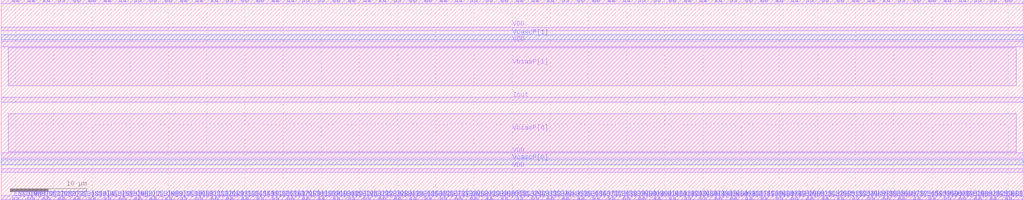
<source format=lef>
VERSION 5.7 ;
  NOWIREEXTENSIONATPIN ON ;
  DIVIDERCHAR "/" ;
  BUSBITCHARS "[]" ;
MACRO DAC2U128OUT4IN_PINS
  CLASS BLOCK ;
  FOREIGN DAC2U128OUT4IN_PINS ;
  ORIGIN 1.900 4.910 ;
  SIZE 133.800 BY 26.190 ;
  PIN VDD
    USE POWER ;
    PORT
      LAYER Metal1 ;
        RECT -1.900 15.150 131.900 15.820 ;
    END
    PORT
      LAYER Metal1 ;
        RECT -1.900 17.200 131.900 17.700 ;
    END
    PORT
      LAYER Metal1 ;
        RECT -1.900 0.550 131.900 1.220 ;
    END
    PORT
      LAYER Metal1 ;
        RECT -1.900 -1.330 131.900 -0.830 ;
    END
  END VDD
  PIN VSS
    USE GROUND ;
    PORT
      LAYER Metal1 ;
        RECT -1.900 20.780 131.900 21.280 ;
    END
    PORT
      LAYER Metal1 ;
        RECT -1.900 -4.910 131.900 -4.410 ;
    END
  END VSS
  PIN VbiasP[1]
    PORT
      LAYER Metal1 ;
        RECT -1.000 10.040 131.000 14.970 ;
    END
  END VbiasP[1]
  PIN Iout
    PORT
      LAYER Metal1 ;
        RECT -1.900 7.835 131.900 8.535 ;
    END
  END Iout
  PIN VbiasP[0]
    PORT
      LAYER Metal1 ;
        RECT -1.000 1.400 131.000 6.330 ;
    END
  END VbiasP[0]
  PIN ON[64]
    PORT
      LAYER Metal2 ;
        RECT 128.130 20.990 128.420 21.280 ;
    END
  END ON[64]
  PIN ONB[64]
    PORT
      LAYER Metal2 ;
        RECT 127.580 20.990 127.870 21.280 ;
    END
  END ONB[64]
  PIN ON[65]
    PORT
      LAYER Metal2 ;
        RECT 126.130 20.990 126.420 21.280 ;
    END
  END ON[65]
  PIN ONB[65]
    PORT
      LAYER Metal2 ;
        RECT 125.580 20.990 125.870 21.280 ;
    END
  END ONB[65]
  PIN ON[66]
    PORT
      LAYER Metal2 ;
        RECT 124.130 20.990 124.420 21.280 ;
    END
  END ON[66]
  PIN ONB[66]
    PORT
      LAYER Metal2 ;
        RECT 123.580 20.990 123.870 21.280 ;
    END
  END ONB[66]
  PIN ON[67]
    PORT
      LAYER Metal2 ;
        RECT 122.130 20.990 122.420 21.280 ;
    END
  END ON[67]
  PIN ONB[67]
    PORT
      LAYER Metal2 ;
        RECT 121.580 20.990 121.870 21.280 ;
    END
  END ONB[67]
  PIN ON[68]
    PORT
      LAYER Metal2 ;
        RECT 120.130 20.990 120.420 21.280 ;
    END
  END ON[68]
  PIN ONB[68]
    PORT
      LAYER Metal2 ;
        RECT 119.580 20.990 119.870 21.280 ;
    END
  END ONB[68]
  PIN ON[69]
    PORT
      LAYER Metal2 ;
        RECT 118.130 20.990 118.420 21.280 ;
    END
  END ON[69]
  PIN ONB[69]
    PORT
      LAYER Metal2 ;
        RECT 117.580 20.990 117.870 21.280 ;
    END
  END ONB[69]
  PIN ON[70]
    PORT
      LAYER Metal2 ;
        RECT 116.130 20.990 116.420 21.280 ;
    END
  END ON[70]
  PIN ONB[70]
    PORT
      LAYER Metal2 ;
        RECT 115.580 20.990 115.870 21.280 ;
    END
  END ONB[70]
  PIN ON[71]
    PORT
      LAYER Metal2 ;
        RECT 114.130 20.990 114.420 21.280 ;
    END
  END ON[71]
  PIN ONB[71]
    PORT
      LAYER Metal2 ;
        RECT 113.580 20.990 113.870 21.280 ;
    END
  END ONB[71]
  PIN ON[72]
    PORT
      LAYER Metal2 ;
        RECT 112.130 20.990 112.420 21.280 ;
    END
  END ON[72]
  PIN ONB[72]
    PORT
      LAYER Metal2 ;
        RECT 111.580 20.990 111.870 21.280 ;
    END
  END ONB[72]
  PIN ON[73]
    PORT
      LAYER Metal2 ;
        RECT 110.130 20.990 110.420 21.280 ;
    END
  END ON[73]
  PIN ONB[73]
    PORT
      LAYER Metal2 ;
        RECT 109.580 20.990 109.870 21.280 ;
    END
  END ONB[73]
  PIN ON[74]
    PORT
      LAYER Metal2 ;
        RECT 108.130 20.990 108.420 21.280 ;
    END
  END ON[74]
  PIN ONB[74]
    PORT
      LAYER Metal2 ;
        RECT 107.580 20.990 107.870 21.280 ;
    END
  END ONB[74]
  PIN ON[75]
    PORT
      LAYER Metal2 ;
        RECT 106.130 20.990 106.420 21.280 ;
    END
  END ON[75]
  PIN ONB[75]
    PORT
      LAYER Metal2 ;
        RECT 105.580 20.990 105.870 21.280 ;
    END
  END ONB[75]
  PIN ON[76]
    PORT
      LAYER Metal2 ;
        RECT 104.130 20.990 104.420 21.280 ;
    END
  END ON[76]
  PIN ONB[76]
    PORT
      LAYER Metal2 ;
        RECT 103.580 20.990 103.870 21.280 ;
    END
  END ONB[76]
  PIN ON[77]
    PORT
      LAYER Metal2 ;
        RECT 102.130 20.990 102.420 21.280 ;
    END
  END ON[77]
  PIN ONB[77]
    PORT
      LAYER Metal2 ;
        RECT 101.580 20.990 101.870 21.280 ;
    END
  END ONB[77]
  PIN ON[78]
    PORT
      LAYER Metal2 ;
        RECT 100.130 20.990 100.420 21.280 ;
    END
  END ON[78]
  PIN ONB[78]
    PORT
      LAYER Metal2 ;
        RECT 99.580 20.990 99.870 21.280 ;
    END
  END ONB[78]
  PIN ON[79]
    PORT
      LAYER Metal2 ;
        RECT 98.130 20.990 98.420 21.280 ;
    END
  END ON[79]
  PIN ONB[79]
    PORT
      LAYER Metal2 ;
        RECT 97.580 20.990 97.870 21.280 ;
    END
  END ONB[79]
  PIN ON[80]
    PORT
      LAYER Metal2 ;
        RECT 96.130 20.990 96.420 21.280 ;
    END
  END ON[80]
  PIN ONB[80]
    PORT
      LAYER Metal2 ;
        RECT 95.580 20.990 95.870 21.280 ;
    END
  END ONB[80]
  PIN ON[81]
    PORT
      LAYER Metal2 ;
        RECT 94.130 20.990 94.420 21.280 ;
    END
  END ON[81]
  PIN ONB[81]
    PORT
      LAYER Metal2 ;
        RECT 93.580 20.990 93.870 21.280 ;
    END
  END ONB[81]
  PIN ON[82]
    PORT
      LAYER Metal2 ;
        RECT 92.130 20.990 92.420 21.280 ;
    END
  END ON[82]
  PIN ONB[82]
    PORT
      LAYER Metal2 ;
        RECT 91.580 20.990 91.870 21.280 ;
    END
  END ONB[82]
  PIN ON[83]
    PORT
      LAYER Metal2 ;
        RECT 90.130 20.990 90.420 21.280 ;
    END
  END ON[83]
  PIN ONB[83]
    PORT
      LAYER Metal2 ;
        RECT 89.580 20.990 89.870 21.280 ;
    END
  END ONB[83]
  PIN ON[84]
    PORT
      LAYER Metal2 ;
        RECT 88.130 20.990 88.420 21.280 ;
    END
  END ON[84]
  PIN ONB[84]
    PORT
      LAYER Metal2 ;
        RECT 87.580 20.990 87.870 21.280 ;
    END
  END ONB[84]
  PIN ON[85]
    PORT
      LAYER Metal2 ;
        RECT 86.130 20.990 86.420 21.280 ;
    END
  END ON[85]
  PIN ONB[85]
    PORT
      LAYER Metal2 ;
        RECT 85.580 20.990 85.870 21.280 ;
    END
  END ONB[85]
  PIN ON[86]
    PORT
      LAYER Metal2 ;
        RECT 84.130 20.990 84.420 21.280 ;
    END
  END ON[86]
  PIN ONB[86]
    PORT
      LAYER Metal2 ;
        RECT 83.580 20.990 83.870 21.280 ;
    END
  END ONB[86]
  PIN ON[87]
    PORT
      LAYER Metal2 ;
        RECT 82.130 20.990 82.420 21.280 ;
    END
  END ON[87]
  PIN ONB[87]
    PORT
      LAYER Metal2 ;
        RECT 81.580 20.990 81.870 21.280 ;
    END
  END ONB[87]
  PIN ON[88]
    PORT
      LAYER Metal2 ;
        RECT 80.130 20.990 80.420 21.280 ;
    END
  END ON[88]
  PIN ONB[88]
    PORT
      LAYER Metal2 ;
        RECT 79.580 20.990 79.870 21.280 ;
    END
  END ONB[88]
  PIN ON[89]
    PORT
      LAYER Metal2 ;
        RECT 78.130 20.990 78.420 21.280 ;
    END
  END ON[89]
  PIN ONB[89]
    PORT
      LAYER Metal2 ;
        RECT 77.580 20.990 77.870 21.280 ;
    END
  END ONB[89]
  PIN ON[90]
    PORT
      LAYER Metal2 ;
        RECT 76.130 20.990 76.420 21.280 ;
    END
  END ON[90]
  PIN ONB[90]
    PORT
      LAYER Metal2 ;
        RECT 75.580 20.990 75.870 21.280 ;
    END
  END ONB[90]
  PIN ON[91]
    PORT
      LAYER Metal2 ;
        RECT 74.130 20.990 74.420 21.280 ;
    END
  END ON[91]
  PIN ONB[91]
    PORT
      LAYER Metal2 ;
        RECT 73.580 20.990 73.870 21.280 ;
    END
  END ONB[91]
  PIN ON[92]
    PORT
      LAYER Metal2 ;
        RECT 72.130 20.990 72.420 21.280 ;
    END
  END ON[92]
  PIN ONB[92]
    PORT
      LAYER Metal2 ;
        RECT 71.580 20.990 71.870 21.280 ;
    END
  END ONB[92]
  PIN ON[93]
    PORT
      LAYER Metal2 ;
        RECT 70.130 20.990 70.420 21.280 ;
    END
  END ON[93]
  PIN ONB[93]
    PORT
      LAYER Metal2 ;
        RECT 69.580 20.990 69.870 21.280 ;
    END
  END ONB[93]
  PIN ON[94]
    PORT
      LAYER Metal2 ;
        RECT 68.130 20.990 68.420 21.280 ;
    END
  END ON[94]
  PIN ONB[94]
    PORT
      LAYER Metal2 ;
        RECT 67.580 20.990 67.870 21.280 ;
    END
  END ONB[94]
  PIN ON[95]
    PORT
      LAYER Metal2 ;
        RECT 66.130 20.990 66.420 21.280 ;
    END
  END ON[95]
  PIN ONB[95]
    PORT
      LAYER Metal2 ;
        RECT 65.580 20.990 65.870 21.280 ;
    END
  END ONB[95]
  PIN EN[2]
    PORT
      LAYER Metal2 ;
        RECT 130.130 20.990 130.420 21.280 ;
    END
  END EN[2]
  PIN ENB[2]
    PORT
      LAYER Metal2 ;
        RECT 129.580 20.990 129.870 21.280 ;
    END
  END ENB[2]
  PIN ON[97]
    PORT
      LAYER Metal2 ;
        RECT 62.130 20.990 62.420 21.280 ;
    END
  END ON[97]
  PIN ONB[97]
    PORT
      LAYER Metal2 ;
        RECT 61.580 20.990 61.870 21.280 ;
    END
  END ONB[97]
  PIN ON[98]
    PORT
      LAYER Metal2 ;
        RECT 60.130 20.990 60.420 21.280 ;
    END
  END ON[98]
  PIN ONB[98]
    PORT
      LAYER Metal2 ;
        RECT 59.580 20.990 59.870 21.280 ;
    END
  END ONB[98]
  PIN ON[99]
    PORT
      LAYER Metal2 ;
        RECT 58.130 20.990 58.420 21.280 ;
    END
  END ON[99]
  PIN ONB[99]
    PORT
      LAYER Metal2 ;
        RECT 57.580 20.990 57.870 21.280 ;
    END
  END ONB[99]
  PIN ON[100]
    PORT
      LAYER Metal2 ;
        RECT 56.130 20.990 56.420 21.280 ;
    END
  END ON[100]
  PIN ONB[100]
    PORT
      LAYER Metal2 ;
        RECT 55.580 20.990 55.870 21.280 ;
    END
  END ONB[100]
  PIN ON[101]
    PORT
      LAYER Metal2 ;
        RECT 54.130 20.990 54.420 21.280 ;
    END
  END ON[101]
  PIN ONB[101]
    PORT
      LAYER Metal2 ;
        RECT 53.580 20.990 53.870 21.280 ;
    END
  END ONB[101]
  PIN ON[102]
    PORT
      LAYER Metal2 ;
        RECT 52.130 20.990 52.420 21.280 ;
    END
  END ON[102]
  PIN ONB[102]
    PORT
      LAYER Metal2 ;
        RECT 51.580 20.990 51.870 21.280 ;
    END
  END ONB[102]
  PIN ON[103]
    PORT
      LAYER Metal2 ;
        RECT 50.130 20.990 50.420 21.280 ;
    END
  END ON[103]
  PIN ONB[103]
    PORT
      LAYER Metal2 ;
        RECT 49.580 20.990 49.870 21.280 ;
    END
  END ONB[103]
  PIN ON[104]
    PORT
      LAYER Metal2 ;
        RECT 48.130 20.990 48.420 21.280 ;
    END
  END ON[104]
  PIN ONB[104]
    PORT
      LAYER Metal2 ;
        RECT 47.580 20.990 47.870 21.280 ;
    END
  END ONB[104]
  PIN ON[105]
    PORT
      LAYER Metal2 ;
        RECT 46.130 20.990 46.420 21.280 ;
    END
  END ON[105]
  PIN ONB[105]
    PORT
      LAYER Metal2 ;
        RECT 45.580 20.990 45.870 21.280 ;
    END
  END ONB[105]
  PIN ON[106]
    PORT
      LAYER Metal2 ;
        RECT 44.130 20.990 44.420 21.280 ;
    END
  END ON[106]
  PIN ONB[106]
    PORT
      LAYER Metal2 ;
        RECT 43.580 20.990 43.870 21.280 ;
    END
  END ONB[106]
  PIN ON[107]
    PORT
      LAYER Metal2 ;
        RECT 42.130 20.990 42.420 21.280 ;
    END
  END ON[107]
  PIN ONB[107]
    PORT
      LAYER Metal2 ;
        RECT 41.580 20.990 41.870 21.280 ;
    END
  END ONB[107]
  PIN ON[108]
    PORT
      LAYER Metal2 ;
        RECT 40.130 20.990 40.420 21.280 ;
    END
  END ON[108]
  PIN ONB[108]
    PORT
      LAYER Metal2 ;
        RECT 39.580 20.990 39.870 21.280 ;
    END
  END ONB[108]
  PIN ON[109]
    PORT
      LAYER Metal2 ;
        RECT 38.130 20.990 38.420 21.280 ;
    END
  END ON[109]
  PIN ONB[109]
    PORT
      LAYER Metal2 ;
        RECT 37.580 20.990 37.870 21.280 ;
    END
  END ONB[109]
  PIN ON[110]
    PORT
      LAYER Metal2 ;
        RECT 36.130 20.990 36.420 21.280 ;
    END
  END ON[110]
  PIN ONB[110]
    PORT
      LAYER Metal2 ;
        RECT 35.580 20.990 35.870 21.280 ;
    END
  END ONB[110]
  PIN ON[111]
    PORT
      LAYER Metal2 ;
        RECT 34.130 20.990 34.420 21.280 ;
    END
  END ON[111]
  PIN ONB[111]
    PORT
      LAYER Metal2 ;
        RECT 33.580 20.990 33.870 21.280 ;
    END
  END ONB[111]
  PIN ON[112]
    PORT
      LAYER Metal2 ;
        RECT 32.130 20.990 32.420 21.280 ;
    END
  END ON[112]
  PIN ONB[112]
    PORT
      LAYER Metal2 ;
        RECT 31.580 20.990 31.870 21.280 ;
    END
  END ONB[112]
  PIN ON[113]
    PORT
      LAYER Metal2 ;
        RECT 30.130 20.990 30.420 21.280 ;
    END
  END ON[113]
  PIN ONB[113]
    PORT
      LAYER Metal2 ;
        RECT 29.580 20.990 29.870 21.280 ;
    END
  END ONB[113]
  PIN ON[114]
    PORT
      LAYER Metal2 ;
        RECT 28.130 20.990 28.420 21.280 ;
    END
  END ON[114]
  PIN ONB[114]
    PORT
      LAYER Metal2 ;
        RECT 27.580 20.990 27.870 21.280 ;
    END
  END ONB[114]
  PIN ON[115]
    PORT
      LAYER Metal2 ;
        RECT 26.130 20.990 26.420 21.280 ;
    END
  END ON[115]
  PIN ONB[115]
    PORT
      LAYER Metal2 ;
        RECT 25.580 20.990 25.870 21.280 ;
    END
  END ONB[115]
  PIN ON[116]
    PORT
      LAYER Metal2 ;
        RECT 24.130 20.990 24.420 21.280 ;
    END
  END ON[116]
  PIN ONB[116]
    PORT
      LAYER Metal2 ;
        RECT 23.580 20.990 23.870 21.280 ;
    END
  END ONB[116]
  PIN ON[117]
    PORT
      LAYER Metal2 ;
        RECT 22.130 20.990 22.420 21.280 ;
    END
  END ON[117]
  PIN ONB[117]
    PORT
      LAYER Metal2 ;
        RECT 21.580 20.990 21.870 21.280 ;
    END
  END ONB[117]
  PIN ON[118]
    PORT
      LAYER Metal2 ;
        RECT 20.130 20.990 20.420 21.280 ;
    END
  END ON[118]
  PIN ONB[118]
    PORT
      LAYER Metal2 ;
        RECT 19.580 20.990 19.870 21.280 ;
    END
  END ONB[118]
  PIN ON[119]
    PORT
      LAYER Metal2 ;
        RECT 18.130 20.990 18.420 21.280 ;
    END
  END ON[119]
  PIN ONB[119]
    PORT
      LAYER Metal2 ;
        RECT 17.580 20.990 17.870 21.280 ;
    END
  END ONB[119]
  PIN ON[120]
    PORT
      LAYER Metal2 ;
        RECT 16.130 20.990 16.420 21.280 ;
    END
  END ON[120]
  PIN ONB[120]
    PORT
      LAYER Metal2 ;
        RECT 15.580 20.990 15.870 21.280 ;
    END
  END ONB[120]
  PIN ON[121]
    PORT
      LAYER Metal2 ;
        RECT 14.130 20.990 14.420 21.280 ;
    END
  END ON[121]
  PIN ONB[121]
    PORT
      LAYER Metal2 ;
        RECT 13.580 20.990 13.870 21.280 ;
    END
  END ONB[121]
  PIN ON[122]
    PORT
      LAYER Metal2 ;
        RECT 12.130 20.990 12.420 21.280 ;
    END
  END ON[122]
  PIN ONB[122]
    PORT
      LAYER Metal2 ;
        RECT 11.580 20.990 11.870 21.280 ;
    END
  END ONB[122]
  PIN ON[123]
    PORT
      LAYER Metal2 ;
        RECT 10.130 20.990 10.420 21.280 ;
    END
  END ON[123]
  PIN ONB[123]
    PORT
      LAYER Metal2 ;
        RECT 9.580 20.990 9.870 21.280 ;
    END
  END ONB[123]
  PIN ON[124]
    PORT
      LAYER Metal2 ;
        RECT 8.130 20.990 8.420 21.280 ;
    END
  END ON[124]
  PIN ONB[124]
    PORT
      LAYER Metal2 ;
        RECT 7.580 20.990 7.870 21.280 ;
    END
  END ONB[124]
  PIN ON[125]
    PORT
      LAYER Metal2 ;
        RECT 6.130 20.990 6.420 21.280 ;
    END
  END ON[125]
  PIN ONB[125]
    PORT
      LAYER Metal2 ;
        RECT 5.580 20.990 5.870 21.280 ;
    END
  END ONB[125]
  PIN ON[126]
    PORT
      LAYER Metal2 ;
        RECT 4.130 20.990 4.420 21.280 ;
    END
  END ON[126]
  PIN ONB[126]
    PORT
      LAYER Metal2 ;
        RECT 3.580 20.990 3.870 21.280 ;
    END
  END ONB[126]
  PIN ON[127]
    PORT
      LAYER Metal2 ;
        RECT 2.130 20.990 2.420 21.280 ;
    END
  END ON[127]
  PIN ONB[127]
    PORT
      LAYER Metal2 ;
        RECT 1.580 20.990 1.870 21.280 ;
    END
  END ONB[127]
  PIN ON[96]
    PORT
      LAYER Metal2 ;
        RECT 64.130 20.990 64.420 21.280 ;
    END
  END ON[96]
  PIN ONB[96]
    PORT
      LAYER Metal2 ;
        RECT 63.580 20.990 63.870 21.280 ;
    END
  END ONB[96]
  PIN EN[3]
    PORT
      LAYER Metal2 ;
        RECT 0.130 20.990 0.420 21.280 ;
    END
  END EN[3]
  PIN ENB[3]
    PORT
      LAYER Metal2 ;
        RECT -0.420 20.990 -0.130 21.280 ;
    END
  END ENB[3]
  PIN ON[0]
    PORT
      LAYER Metal2 ;
        RECT 1.580 -4.910 1.870 -4.620 ;
    END
  END ON[0]
  PIN ONB[0]
    PORT
      LAYER Metal2 ;
        RECT 2.130 -4.910 2.420 -4.620 ;
    END
  END ONB[0]
  PIN ON[1]
    PORT
      LAYER Metal2 ;
        RECT 3.580 -4.910 3.870 -4.620 ;
    END
  END ON[1]
  PIN ONB[1]
    PORT
      LAYER Metal2 ;
        RECT 4.130 -4.910 4.420 -4.620 ;
    END
  END ONB[1]
  PIN ON[2]
    PORT
      LAYER Metal2 ;
        RECT 5.580 -4.910 5.870 -4.620 ;
    END
  END ON[2]
  PIN ONB[2]
    PORT
      LAYER Metal2 ;
        RECT 6.130 -4.910 6.420 -4.620 ;
    END
  END ONB[2]
  PIN ON[3]
    PORT
      LAYER Metal2 ;
        RECT 7.580 -4.910 7.870 -4.620 ;
    END
  END ON[3]
  PIN ONB[3]
    PORT
      LAYER Metal2 ;
        RECT 8.130 -4.910 8.420 -4.620 ;
    END
  END ONB[3]
  PIN ON[4]
    PORT
      LAYER Metal2 ;
        RECT 9.580 -4.910 9.870 -4.620 ;
    END
  END ON[4]
  PIN ONB[4]
    PORT
      LAYER Metal2 ;
        RECT 10.130 -4.910 10.420 -4.620 ;
    END
  END ONB[4]
  PIN ON[5]
    PORT
      LAYER Metal2 ;
        RECT 11.580 -4.910 11.870 -4.620 ;
    END
  END ON[5]
  PIN ONB[5]
    PORT
      LAYER Metal2 ;
        RECT 12.130 -4.910 12.420 -4.620 ;
    END
  END ONB[5]
  PIN ON[6]
    PORT
      LAYER Metal2 ;
        RECT 13.580 -4.910 13.870 -4.620 ;
    END
  END ON[6]
  PIN ONB[6]
    PORT
      LAYER Metal2 ;
        RECT 14.130 -4.910 14.420 -4.620 ;
    END
  END ONB[6]
  PIN ON[7]
    PORT
      LAYER Metal2 ;
        RECT 15.580 -4.910 15.870 -4.620 ;
    END
  END ON[7]
  PIN ONB[7]
    PORT
      LAYER Metal2 ;
        RECT 16.130 -4.910 16.420 -4.620 ;
    END
  END ONB[7]
  PIN ON[8]
    PORT
      LAYER Metal2 ;
        RECT 17.580 -4.910 17.870 -4.620 ;
    END
  END ON[8]
  PIN ONB[8]
    PORT
      LAYER Metal2 ;
        RECT 18.130 -4.910 18.420 -4.620 ;
    END
  END ONB[8]
  PIN ON[9]
    PORT
      LAYER Metal2 ;
        RECT 19.580 -4.910 19.870 -4.620 ;
    END
  END ON[9]
  PIN ONB[9]
    PORT
      LAYER Metal2 ;
        RECT 20.130 -4.910 20.420 -4.620 ;
    END
  END ONB[9]
  PIN ON[10]
    PORT
      LAYER Metal2 ;
        RECT 21.580 -4.910 21.870 -4.620 ;
    END
  END ON[10]
  PIN ONB[10]
    PORT
      LAYER Metal2 ;
        RECT 22.130 -4.910 22.420 -4.620 ;
    END
  END ONB[10]
  PIN ON[11]
    PORT
      LAYER Metal2 ;
        RECT 23.580 -4.910 23.870 -4.620 ;
    END
  END ON[11]
  PIN ONB[11]
    PORT
      LAYER Metal2 ;
        RECT 24.130 -4.910 24.420 -4.620 ;
    END
  END ONB[11]
  PIN ON[12]
    PORT
      LAYER Metal2 ;
        RECT 25.580 -4.910 25.870 -4.620 ;
    END
  END ON[12]
  PIN ONB[12]
    PORT
      LAYER Metal2 ;
        RECT 26.130 -4.910 26.420 -4.620 ;
    END
  END ONB[12]
  PIN ON[13]
    PORT
      LAYER Metal2 ;
        RECT 27.580 -4.910 27.870 -4.620 ;
    END
  END ON[13]
  PIN ONB[13]
    PORT
      LAYER Metal2 ;
        RECT 28.130 -4.910 28.420 -4.620 ;
    END
  END ONB[13]
  PIN ON[14]
    PORT
      LAYER Metal2 ;
        RECT 29.580 -4.910 29.870 -4.620 ;
    END
  END ON[14]
  PIN ONB[14]
    PORT
      LAYER Metal2 ;
        RECT 30.130 -4.910 30.420 -4.620 ;
    END
  END ONB[14]
  PIN ON[15]
    PORT
      LAYER Metal2 ;
        RECT 31.580 -4.910 31.870 -4.620 ;
    END
  END ON[15]
  PIN ONB[15]
    PORT
      LAYER Metal2 ;
        RECT 32.130 -4.910 32.420 -4.620 ;
    END
  END ONB[15]
  PIN ON[16]
    PORT
      LAYER Metal2 ;
        RECT 33.580 -4.910 33.870 -4.620 ;
    END
  END ON[16]
  PIN ONB[16]
    PORT
      LAYER Metal2 ;
        RECT 34.130 -4.910 34.420 -4.620 ;
    END
  END ONB[16]
  PIN ON[17]
    PORT
      LAYER Metal2 ;
        RECT 35.580 -4.910 35.870 -4.620 ;
    END
  END ON[17]
  PIN ONB[17]
    PORT
      LAYER Metal2 ;
        RECT 36.130 -4.910 36.420 -4.620 ;
    END
  END ONB[17]
  PIN ON[18]
    PORT
      LAYER Metal2 ;
        RECT 37.580 -4.910 37.870 -4.620 ;
    END
  END ON[18]
  PIN ONB[18]
    PORT
      LAYER Metal2 ;
        RECT 38.130 -4.910 38.420 -4.620 ;
    END
  END ONB[18]
  PIN ON[19]
    PORT
      LAYER Metal2 ;
        RECT 39.580 -4.910 39.870 -4.620 ;
    END
  END ON[19]
  PIN ONB[19]
    PORT
      LAYER Metal2 ;
        RECT 40.130 -4.910 40.420 -4.620 ;
    END
  END ONB[19]
  PIN ON[20]
    PORT
      LAYER Metal2 ;
        RECT 41.580 -4.910 41.870 -4.620 ;
    END
  END ON[20]
  PIN ONB[20]
    PORT
      LAYER Metal2 ;
        RECT 42.130 -4.910 42.420 -4.620 ;
    END
  END ONB[20]
  PIN ON[21]
    PORT
      LAYER Metal2 ;
        RECT 43.580 -4.910 43.870 -4.620 ;
    END
  END ON[21]
  PIN ONB[21]
    PORT
      LAYER Metal2 ;
        RECT 44.130 -4.910 44.420 -4.620 ;
    END
  END ONB[21]
  PIN ON[22]
    PORT
      LAYER Metal2 ;
        RECT 45.580 -4.910 45.870 -4.620 ;
    END
  END ON[22]
  PIN ONB[22]
    PORT
      LAYER Metal2 ;
        RECT 46.130 -4.910 46.420 -4.620 ;
    END
  END ONB[22]
  PIN ON[23]
    PORT
      LAYER Metal2 ;
        RECT 47.580 -4.910 47.870 -4.620 ;
    END
  END ON[23]
  PIN ONB[23]
    PORT
      LAYER Metal2 ;
        RECT 48.130 -4.910 48.420 -4.620 ;
    END
  END ONB[23]
  PIN ON[24]
    PORT
      LAYER Metal2 ;
        RECT 49.580 -4.910 49.870 -4.620 ;
    END
  END ON[24]
  PIN ONB[24]
    PORT
      LAYER Metal2 ;
        RECT 50.130 -4.910 50.420 -4.620 ;
    END
  END ONB[24]
  PIN ON[25]
    PORT
      LAYER Metal2 ;
        RECT 51.580 -4.910 51.870 -4.620 ;
    END
  END ON[25]
  PIN ONB[25]
    PORT
      LAYER Metal2 ;
        RECT 52.130 -4.910 52.420 -4.620 ;
    END
  END ONB[25]
  PIN ON[26]
    PORT
      LAYER Metal2 ;
        RECT 53.580 -4.910 53.870 -4.620 ;
    END
  END ON[26]
  PIN ONB[26]
    PORT
      LAYER Metal2 ;
        RECT 54.130 -4.910 54.420 -4.620 ;
    END
  END ONB[26]
  PIN ON[27]
    PORT
      LAYER Metal2 ;
        RECT 55.580 -4.910 55.870 -4.620 ;
    END
  END ON[27]
  PIN ONB[27]
    PORT
      LAYER Metal2 ;
        RECT 56.130 -4.910 56.420 -4.620 ;
    END
  END ONB[27]
  PIN ON[28]
    PORT
      LAYER Metal2 ;
        RECT 57.580 -4.910 57.870 -4.620 ;
    END
  END ON[28]
  PIN ONB[28]
    PORT
      LAYER Metal2 ;
        RECT 58.130 -4.910 58.420 -4.620 ;
    END
  END ONB[28]
  PIN ON[29]
    PORT
      LAYER Metal2 ;
        RECT 59.580 -4.910 59.870 -4.620 ;
    END
  END ON[29]
  PIN ONB[29]
    PORT
      LAYER Metal2 ;
        RECT 60.130 -4.910 60.420 -4.620 ;
    END
  END ONB[29]
  PIN ON[30]
    PORT
      LAYER Metal2 ;
        RECT 61.580 -4.910 61.870 -4.620 ;
    END
  END ON[30]
  PIN ONB[30]
    PORT
      LAYER Metal2 ;
        RECT 62.130 -4.910 62.420 -4.620 ;
    END
  END ONB[30]
  PIN ON[31]
    PORT
      LAYER Metal2 ;
        RECT 63.580 -4.910 63.870 -4.620 ;
    END
  END ON[31]
  PIN ONB[31]
    PORT
      LAYER Metal2 ;
        RECT 64.130 -4.910 64.420 -4.620 ;
    END
  END ONB[31]
  PIN EN[0]
    PORT
      LAYER Metal2 ;
        RECT -0.420 -4.910 -0.130 -4.620 ;
    END
  END EN[0]
  PIN ENB[0]
    PORT
      LAYER Metal2 ;
        RECT 0.130 -4.910 0.420 -4.620 ;
    END
  END ENB[0]
  PIN ON[33]
    PORT
      LAYER Metal2 ;
        RECT 67.580 -4.910 67.870 -4.620 ;
    END
  END ON[33]
  PIN ONB[33]
    PORT
      LAYER Metal2 ;
        RECT 68.130 -4.910 68.420 -4.620 ;
    END
  END ONB[33]
  PIN ON[34]
    PORT
      LAYER Metal2 ;
        RECT 69.580 -4.910 69.870 -4.620 ;
    END
  END ON[34]
  PIN ONB[34]
    PORT
      LAYER Metal2 ;
        RECT 70.130 -4.910 70.420 -4.620 ;
    END
  END ONB[34]
  PIN ON[35]
    PORT
      LAYER Metal2 ;
        RECT 71.580 -4.910 71.870 -4.620 ;
    END
  END ON[35]
  PIN ONB[35]
    PORT
      LAYER Metal2 ;
        RECT 72.130 -4.910 72.420 -4.620 ;
    END
  END ONB[35]
  PIN ON[36]
    PORT
      LAYER Metal2 ;
        RECT 73.580 -4.910 73.870 -4.620 ;
    END
  END ON[36]
  PIN ONB[36]
    PORT
      LAYER Metal2 ;
        RECT 74.130 -4.910 74.420 -4.620 ;
    END
  END ONB[36]
  PIN ON[37]
    PORT
      LAYER Metal2 ;
        RECT 75.580 -4.910 75.870 -4.620 ;
    END
  END ON[37]
  PIN ONB[37]
    PORT
      LAYER Metal2 ;
        RECT 76.130 -4.910 76.420 -4.620 ;
    END
  END ONB[37]
  PIN ON[38]
    PORT
      LAYER Metal2 ;
        RECT 77.580 -4.910 77.870 -4.620 ;
    END
  END ON[38]
  PIN ONB[38]
    PORT
      LAYER Metal2 ;
        RECT 78.130 -4.910 78.420 -4.620 ;
    END
  END ONB[38]
  PIN ON[39]
    PORT
      LAYER Metal2 ;
        RECT 79.580 -4.910 79.870 -4.620 ;
    END
  END ON[39]
  PIN ONB[39]
    PORT
      LAYER Metal2 ;
        RECT 80.130 -4.910 80.420 -4.620 ;
    END
  END ONB[39]
  PIN ON[40]
    PORT
      LAYER Metal2 ;
        RECT 81.580 -4.910 81.870 -4.620 ;
    END
  END ON[40]
  PIN ONB[40]
    PORT
      LAYER Metal2 ;
        RECT 82.130 -4.910 82.420 -4.620 ;
    END
  END ONB[40]
  PIN ON[41]
    PORT
      LAYER Metal2 ;
        RECT 83.580 -4.910 83.870 -4.620 ;
    END
  END ON[41]
  PIN ONB[41]
    PORT
      LAYER Metal2 ;
        RECT 84.130 -4.910 84.420 -4.620 ;
    END
  END ONB[41]
  PIN ON[42]
    PORT
      LAYER Metal2 ;
        RECT 85.580 -4.910 85.870 -4.620 ;
    END
  END ON[42]
  PIN ONB[42]
    PORT
      LAYER Metal2 ;
        RECT 86.130 -4.910 86.420 -4.620 ;
    END
  END ONB[42]
  PIN ON[43]
    PORT
      LAYER Metal2 ;
        RECT 87.580 -4.910 87.870 -4.620 ;
    END
  END ON[43]
  PIN ONB[43]
    PORT
      LAYER Metal2 ;
        RECT 88.130 -4.910 88.420 -4.620 ;
    END
  END ONB[43]
  PIN ON[44]
    PORT
      LAYER Metal2 ;
        RECT 89.580 -4.910 89.870 -4.620 ;
    END
  END ON[44]
  PIN ONB[44]
    PORT
      LAYER Metal2 ;
        RECT 90.130 -4.910 90.420 -4.620 ;
    END
  END ONB[44]
  PIN ON[45]
    PORT
      LAYER Metal2 ;
        RECT 91.580 -4.910 91.870 -4.620 ;
    END
  END ON[45]
  PIN ONB[45]
    PORT
      LAYER Metal2 ;
        RECT 92.130 -4.910 92.420 -4.620 ;
    END
  END ONB[45]
  PIN ON[46]
    PORT
      LAYER Metal2 ;
        RECT 93.580 -4.910 93.870 -4.620 ;
    END
  END ON[46]
  PIN ONB[46]
    PORT
      LAYER Metal2 ;
        RECT 94.130 -4.910 94.420 -4.620 ;
    END
  END ONB[46]
  PIN ON[47]
    PORT
      LAYER Metal2 ;
        RECT 95.580 -4.910 95.870 -4.620 ;
    END
  END ON[47]
  PIN ONB[47]
    PORT
      LAYER Metal2 ;
        RECT 96.130 -4.910 96.420 -4.620 ;
    END
  END ONB[47]
  PIN ON[48]
    PORT
      LAYER Metal2 ;
        RECT 97.580 -4.910 97.870 -4.620 ;
    END
  END ON[48]
  PIN ONB[48]
    PORT
      LAYER Metal2 ;
        RECT 98.130 -4.910 98.420 -4.620 ;
    END
  END ONB[48]
  PIN ON[49]
    PORT
      LAYER Metal2 ;
        RECT 99.580 -4.910 99.870 -4.620 ;
    END
  END ON[49]
  PIN ONB[49]
    PORT
      LAYER Metal2 ;
        RECT 100.130 -4.910 100.420 -4.620 ;
    END
  END ONB[49]
  PIN ON[50]
    PORT
      LAYER Metal2 ;
        RECT 101.580 -4.910 101.870 -4.620 ;
    END
  END ON[50]
  PIN ONB[50]
    PORT
      LAYER Metal2 ;
        RECT 102.130 -4.910 102.420 -4.620 ;
    END
  END ONB[50]
  PIN ON[51]
    PORT
      LAYER Metal2 ;
        RECT 103.580 -4.910 103.870 -4.620 ;
    END
  END ON[51]
  PIN ONB[51]
    PORT
      LAYER Metal2 ;
        RECT 104.130 -4.910 104.420 -4.620 ;
    END
  END ONB[51]
  PIN ON[52]
    PORT
      LAYER Metal2 ;
        RECT 105.580 -4.910 105.870 -4.620 ;
    END
  END ON[52]
  PIN ONB[52]
    PORT
      LAYER Metal2 ;
        RECT 106.130 -4.910 106.420 -4.620 ;
    END
  END ONB[52]
  PIN ON[53]
    PORT
      LAYER Metal2 ;
        RECT 107.580 -4.910 107.870 -4.620 ;
    END
  END ON[53]
  PIN ONB[53]
    PORT
      LAYER Metal2 ;
        RECT 108.130 -4.910 108.420 -4.620 ;
    END
  END ONB[53]
  PIN ON[54]
    PORT
      LAYER Metal2 ;
        RECT 109.580 -4.910 109.870 -4.620 ;
    END
  END ON[54]
  PIN ONB[54]
    PORT
      LAYER Metal2 ;
        RECT 110.130 -4.910 110.420 -4.620 ;
    END
  END ONB[54]
  PIN ON[55]
    PORT
      LAYER Metal2 ;
        RECT 111.580 -4.910 111.870 -4.620 ;
    END
  END ON[55]
  PIN ONB[55]
    PORT
      LAYER Metal2 ;
        RECT 112.130 -4.910 112.420 -4.620 ;
    END
  END ONB[55]
  PIN ON[56]
    PORT
      LAYER Metal2 ;
        RECT 113.580 -4.910 113.870 -4.620 ;
    END
  END ON[56]
  PIN ONB[56]
    PORT
      LAYER Metal2 ;
        RECT 114.130 -4.910 114.420 -4.620 ;
    END
  END ONB[56]
  PIN ON[57]
    PORT
      LAYER Metal2 ;
        RECT 115.580 -4.910 115.870 -4.620 ;
    END
  END ON[57]
  PIN ONB[57]
    PORT
      LAYER Metal2 ;
        RECT 116.130 -4.910 116.420 -4.620 ;
    END
  END ONB[57]
  PIN ON[58]
    PORT
      LAYER Metal2 ;
        RECT 117.580 -4.910 117.870 -4.620 ;
    END
  END ON[58]
  PIN ONB[58]
    PORT
      LAYER Metal2 ;
        RECT 118.130 -4.910 118.420 -4.620 ;
    END
  END ONB[58]
  PIN ON[59]
    PORT
      LAYER Metal2 ;
        RECT 119.580 -4.910 119.870 -4.620 ;
    END
  END ON[59]
  PIN ONB[59]
    PORT
      LAYER Metal2 ;
        RECT 120.130 -4.910 120.420 -4.620 ;
    END
  END ONB[59]
  PIN ON[60]
    PORT
      LAYER Metal2 ;
        RECT 121.580 -4.910 121.870 -4.620 ;
    END
  END ON[60]
  PIN ONB[60]
    PORT
      LAYER Metal2 ;
        RECT 122.130 -4.910 122.420 -4.620 ;
    END
  END ONB[60]
  PIN ON[61]
    PORT
      LAYER Metal2 ;
        RECT 123.580 -4.910 123.870 -4.620 ;
    END
  END ON[61]
  PIN ONB[61]
    PORT
      LAYER Metal2 ;
        RECT 124.130 -4.910 124.420 -4.620 ;
    END
  END ONB[61]
  PIN ON[62]
    PORT
      LAYER Metal2 ;
        RECT 125.580 -4.910 125.870 -4.620 ;
    END
  END ON[62]
  PIN ONB[62]
    PORT
      LAYER Metal2 ;
        RECT 126.130 -4.910 126.420 -4.620 ;
    END
  END ONB[62]
  PIN ON[63]
    PORT
      LAYER Metal2 ;
        RECT 127.580 -4.910 127.870 -4.620 ;
    END
  END ON[63]
  PIN ONB[63]
    PORT
      LAYER Metal2 ;
        RECT 128.130 -4.910 128.420 -4.620 ;
    END
  END ONB[63]
  PIN ON[32]
    PORT
      LAYER Metal2 ;
        RECT 65.580 -4.910 65.870 -4.620 ;
    END
  END ON[32]
  PIN ONB[32]
    PORT
      LAYER Metal2 ;
        RECT 66.130 -4.910 66.420 -4.620 ;
    END
  END ONB[32]
  PIN EN[1]
    PORT
      LAYER Metal2 ;
        RECT 129.580 -4.910 129.870 -4.620 ;
    END
  END EN[1]
  PIN ENB[1]
    PORT
      LAYER Metal2 ;
        RECT 130.130 -4.910 130.420 -4.620 ;
    END
  END ENB[1]
  PIN VcascP[1]
    PORT
      LAYER Metal3 ;
        RECT -1.900 16.020 131.900 16.720 ;
    END
  END VcascP[1]
  PIN VcascP[0]
    PORT
      LAYER Metal3 ;
        RECT -1.900 -0.350 131.900 0.350 ;
    END
  END VcascP[0]
END DAC2U128OUT4IN_PINS
END LIBRARY


</source>
